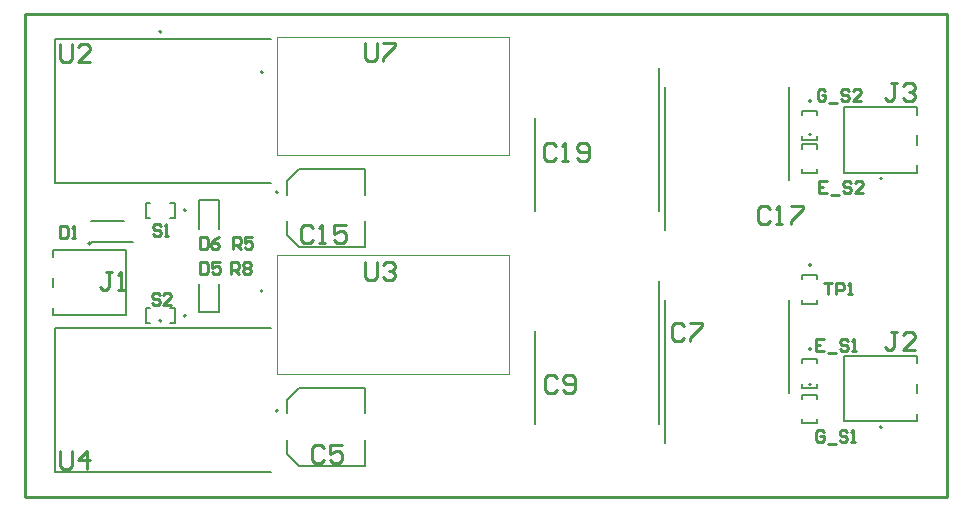
<source format=gbr>
%TF.GenerationSoftware,Altium Limited,Altium Designer,23.2.1 (34)*%
G04 Layer_Color=65535*
%FSLAX45Y45*%
%MOMM*%
%TF.SameCoordinates,30BCF74E-8D5C-4CB1-BD29-C8B6E5BAA9CA*%
%TF.FilePolarity,Positive*%
%TF.FileFunction,Legend,Top*%
%TF.Part,Single*%
G01*
G75*
%TA.AperFunction,NonConductor*%
%ADD43C,0.20000*%
%ADD44C,0.12700*%
%ADD45C,0.25400*%
%ADD46C,0.10000*%
D43*
X1159000Y3943000D02*
G03*
X1159000Y3943000I-10000J0D01*
G01*
X6659000Y3355900D02*
G03*
X6659000Y3355900I-10000J0D01*
G01*
X2006500Y3588500D02*
G03*
X2006500Y3608500I0J10000D01*
G01*
D02*
G03*
X2006500Y3588500I0J-10000D01*
G01*
Y1738500D02*
G03*
X2006500Y1758500I0J10000D01*
G01*
D02*
G03*
X2006500Y1738500I0J-10000D01*
G01*
X1159000Y1497000D02*
G03*
X1159000Y1497000I-10000J0D01*
G01*
X1365900Y1539000D02*
G03*
X1365900Y1539000I-10000J0D01*
G01*
Y2431000D02*
G03*
X1365900Y2431000I-10000J0D01*
G01*
X6659000Y1255900D02*
G03*
X6659000Y1255900I-10000J0D01*
G01*
X559000Y2149000D02*
G03*
X559000Y2149000I-10000J0D01*
G01*
X7259000Y595000D02*
G03*
X7259000Y595000I-10000J0D01*
G01*
X7258999Y2699310D02*
G03*
X7258999Y2699310I-10000J0D01*
G01*
X6659000Y1967400D02*
G03*
X6659000Y1967400I-10000J0D01*
G01*
X2144000Y2584000D02*
G03*
X2144000Y2584000I-10000J0D01*
G01*
X6659000Y955900D02*
G03*
X6659000Y955900I-10000J0D01*
G01*
X2144000Y734100D02*
G03*
X2144000Y734100I-10000J0D01*
G01*
X6659000Y3074210D02*
G03*
X6659000Y3074210I-10000J0D01*
G01*
X1476000Y1567000D02*
Y1807000D01*
Y1567000D02*
X1646000D01*
Y1807000D01*
Y2276500D02*
Y2516500D01*
X1476000D02*
X1646000D01*
X1476000Y2276500D02*
Y2516500D01*
X6585500Y3027080D02*
Y3063500D01*
Y3234500D02*
Y3270920D01*
X6712500Y3027080D02*
Y3063500D01*
Y3234500D02*
Y3270920D01*
X6585500Y3027080D02*
X6712500D01*
X6585500Y3270920D02*
X6712500D01*
X1027080Y1602500D02*
X1063500D01*
X1234500D02*
X1270920D01*
X1027080Y1475500D02*
X1063500D01*
X1234500D02*
X1270920D01*
X1027080D02*
Y1602500D01*
X1270920Y1475500D02*
Y1602500D01*
Y2367500D02*
Y2494500D01*
X1027080Y2367500D02*
Y2494500D01*
X1234500Y2367500D02*
X1270920D01*
X1027080D02*
X1063500D01*
X1234500Y2494500D02*
X1270920D01*
X1027080D02*
X1063500D01*
X4324000Y624000D02*
Y1411500D01*
X5374000Y624000D02*
Y1833999D01*
X6474000Y2686500D02*
Y3474000D01*
X5424000Y2264000D02*
Y3474000D01*
X6585500Y927080D02*
Y963500D01*
Y1134500D02*
Y1170920D01*
X6712500Y927080D02*
Y963500D01*
Y1134500D02*
Y1170920D01*
X6585500Y927080D02*
X6712500D01*
X6585500Y1170920D02*
X6712500D01*
X6474000Y886499D02*
Y1673999D01*
X5424000Y464000D02*
Y1673999D01*
X5374000Y2424000D02*
Y3634000D01*
X4324000Y2424000D02*
Y3211500D01*
X6585500Y1882420D02*
X6712500D01*
X6585500Y1638580D02*
X6712500D01*
Y1846000D02*
Y1882420D01*
Y1638580D02*
Y1675000D01*
X6585500Y1846000D02*
Y1882420D01*
Y1638580D02*
Y1675000D01*
Y870920D02*
X6712500D01*
X6585500Y627080D02*
X6712500D01*
Y834500D02*
Y870920D01*
Y627080D02*
Y663500D01*
X6585500Y834500D02*
Y870920D01*
Y627080D02*
Y663500D01*
X564000Y2339000D02*
X844000D01*
X564000Y2159000D02*
X915000D01*
X6585500Y2745390D02*
Y2781810D01*
Y2952810D02*
Y2989230D01*
X6712500Y2745390D02*
Y2781810D01*
Y2952810D02*
Y2989230D01*
X6585500Y2745390D02*
X6712500D01*
X6585500Y2989230D02*
X6712500D01*
D44*
X255000Y3879000D02*
X2084000D01*
X255000Y2660000D02*
X2084000D01*
X255000D02*
Y3879000D01*
Y1433000D02*
X2084000D01*
X255000Y214000D02*
X2084000D01*
X255000D02*
Y1433000D01*
X239000Y1545000D02*
X859000D01*
Y2099000D01*
X239000D02*
X859000D01*
X239000Y2036000D02*
Y2099000D01*
Y1782000D02*
Y1862000D01*
Y1545000D02*
Y1608000D01*
X7559000Y1136000D02*
Y1199000D01*
Y882000D02*
Y962000D01*
Y645000D02*
Y708000D01*
X6939000Y645000D02*
X7559000D01*
X6939000D02*
Y1199000D01*
X7559000D01*
X6938999Y3303310D02*
X7558999D01*
X6938999Y2749310D02*
Y3303310D01*
Y2749310D02*
X7558999D01*
Y2812310D01*
Y2986310D02*
Y3066310D01*
Y3240310D02*
Y3303310D01*
X2879000Y2119000D02*
Y2337000D01*
Y2561000D02*
Y2779000D01*
X2218999Y2219000D02*
Y2337000D01*
Y2561000D02*
Y2679000D01*
X2318999Y2779000D01*
X2879000D01*
X2318999Y2119000D02*
X2879000D01*
X2218999Y2219000D02*
X2318999Y2119000D01*
X2879000Y269100D02*
Y487100D01*
Y711100D02*
Y929100D01*
X2219000Y369100D02*
Y487100D01*
Y711100D02*
Y829100D01*
X2319000Y929100D01*
X2879000D01*
X2319000Y269100D02*
X2879000D01*
X2219000Y369100D02*
X2319000Y269100D01*
D45*
X7806000Y1000D02*
Y4097000D01*
X0D02*
X7806000D01*
X0Y1000D02*
Y4097000D01*
Y1000D02*
X7806000D01*
X302041Y3835175D02*
Y3708216D01*
X327433Y3682824D01*
X378216D01*
X403608Y3708216D01*
Y3835175D01*
X555959Y3682824D02*
X454392D01*
X555959Y3784392D01*
Y3809783D01*
X530567Y3835175D01*
X479784D01*
X454392Y3809783D01*
X300041Y397175D02*
Y270216D01*
X325433Y244825D01*
X376216D01*
X401608Y270216D01*
Y397175D01*
X528567Y244825D02*
Y397175D01*
X452392Y321000D01*
X553959D01*
X2882041Y3845175D02*
Y3718217D01*
X2907433Y3692825D01*
X2958217D01*
X2983608Y3718217D01*
Y3845175D01*
X3034392D02*
X3135959D01*
Y3819784D01*
X3034392Y3718217D01*
Y3692825D01*
X7388608Y3506175D02*
X7337825D01*
X7363216D01*
Y3379217D01*
X7337825Y3353825D01*
X7312433D01*
X7287041Y3379217D01*
X7439392Y3480783D02*
X7464784Y3506175D01*
X7515567D01*
X7540959Y3480783D01*
Y3455392D01*
X7515567Y3430000D01*
X7490175D01*
X7515567D01*
X7540959Y3404608D01*
Y3379217D01*
X7515567Y3353825D01*
X7464784D01*
X7439392Y3379217D01*
X7388608Y1398175D02*
X7337825D01*
X7363216D01*
Y1271216D01*
X7337825Y1245825D01*
X7312433D01*
X7287041Y1271216D01*
X7540959Y1245825D02*
X7439392D01*
X7540959Y1347392D01*
Y1372783D01*
X7515567Y1398175D01*
X7464784D01*
X7439392Y1372783D01*
X739000Y1905175D02*
X688217D01*
X713608D01*
Y1778216D01*
X688217Y1752825D01*
X662825D01*
X637433Y1778216D01*
X789784Y1752825D02*
X840567D01*
X815176D01*
Y1905175D01*
X789784Y1879783D01*
X2882041Y1995175D02*
Y1868216D01*
X2907433Y1842825D01*
X2958217D01*
X2983608Y1868216D01*
Y1995175D01*
X3034392Y1969783D02*
X3059784Y1995175D01*
X3110567D01*
X3135959Y1969783D01*
Y1944392D01*
X3110567Y1919000D01*
X3085175D01*
X3110567D01*
X3135959Y1893608D01*
Y1868216D01*
X3110567Y1842825D01*
X3059784D01*
X3034392Y1868216D01*
X6771371Y1818984D02*
X6838016D01*
X6804694D01*
Y1719016D01*
X6871339D02*
Y1818984D01*
X6921323D01*
X6937984Y1802323D01*
Y1769000D01*
X6921323Y1752339D01*
X6871339D01*
X6971307Y1719016D02*
X7004629D01*
X6987968D01*
Y1818984D01*
X6971307Y1802323D01*
X1142339Y1713322D02*
X1125677Y1729984D01*
X1092355D01*
X1075694Y1713322D01*
Y1696661D01*
X1092355Y1680000D01*
X1125677D01*
X1142339Y1663339D01*
Y1646677D01*
X1125677Y1630016D01*
X1092355D01*
X1075694Y1646677D01*
X1242306Y1630016D02*
X1175661D01*
X1242306Y1696661D01*
Y1713322D01*
X1225645Y1729984D01*
X1192323D01*
X1175661Y1713322D01*
X1151000Y2294323D02*
X1134339Y2310984D01*
X1101016D01*
X1084355Y2294323D01*
Y2277661D01*
X1101016Y2261000D01*
X1134339D01*
X1151000Y2244339D01*
Y2227678D01*
X1134339Y2211016D01*
X1101016D01*
X1084355Y2227678D01*
X1184323Y2211016D02*
X1217645D01*
X1200984D01*
Y2310984D01*
X1184323Y2294323D01*
X1761694Y2102016D02*
Y2201984D01*
X1811678D01*
X1828339Y2185323D01*
Y2152000D01*
X1811678Y2135339D01*
X1761694D01*
X1795016D02*
X1828339Y2102016D01*
X1928307Y2201984D02*
X1861662D01*
Y2152000D01*
X1894984Y2168661D01*
X1911645D01*
X1928307Y2152000D01*
Y2118678D01*
X1911645Y2102016D01*
X1878323D01*
X1861662Y2118678D01*
X1749693Y1893016D02*
Y1992984D01*
X1799677D01*
X1816339Y1976322D01*
Y1943000D01*
X1799677Y1926339D01*
X1749693D01*
X1783016D02*
X1816339Y1893016D01*
X1849661Y1976322D02*
X1866323Y1992984D01*
X1899645D01*
X1916306Y1976322D01*
Y1959661D01*
X1899645Y1943000D01*
X1916306Y1926339D01*
Y1909677D01*
X1899645Y1893016D01*
X1866323D01*
X1849661Y1909677D01*
Y1926339D01*
X1866323Y1943000D01*
X1849661Y1959661D01*
Y1976322D01*
X1866323Y1943000D02*
X1899645D01*
X6780371Y3440653D02*
X6763710Y3457315D01*
X6730387D01*
X6713726Y3440653D01*
Y3374008D01*
X6730387Y3357347D01*
X6763710D01*
X6780371Y3374008D01*
Y3407331D01*
X6747048D01*
X6813694Y3340685D02*
X6880339D01*
X6980306Y3440653D02*
X6963645Y3457315D01*
X6930323D01*
X6913661Y3440653D01*
Y3423992D01*
X6930323Y3407331D01*
X6963645D01*
X6980306Y3390669D01*
Y3374008D01*
X6963645Y3357347D01*
X6930323D01*
X6913661Y3374008D01*
X7080274Y3357347D02*
X7013629D01*
X7080274Y3423992D01*
Y3440653D01*
X7063613Y3457315D01*
X7030290D01*
X7013629Y3440653D01*
X6766032Y555653D02*
X6749371Y572315D01*
X6716049D01*
X6699387Y555653D01*
Y489008D01*
X6716049Y472347D01*
X6749371D01*
X6766032Y489008D01*
Y522331D01*
X6732710D01*
X6799355Y455685D02*
X6866000D01*
X6965968Y555653D02*
X6949307Y572315D01*
X6915984D01*
X6899323Y555653D01*
Y538992D01*
X6915984Y522331D01*
X6949307D01*
X6965968Y505669D01*
Y489008D01*
X6949307Y472347D01*
X6915984D01*
X6899323Y489008D01*
X6999291Y472347D02*
X7032613D01*
X7015952D01*
Y572315D01*
X6999291Y555653D01*
X6794371Y2678314D02*
X6727726D01*
Y2578347D01*
X6794371D01*
X6727726Y2628331D02*
X6761048D01*
X6827693Y2561685D02*
X6894339D01*
X6994306Y2661653D02*
X6977645Y2678314D01*
X6944323D01*
X6927661Y2661653D01*
Y2644992D01*
X6944323Y2628331D01*
X6977645D01*
X6994306Y2611669D01*
Y2595008D01*
X6977645Y2578347D01*
X6944323D01*
X6927661Y2595008D01*
X7094274Y2578347D02*
X7027629D01*
X7094274Y2644992D01*
Y2661653D01*
X7077613Y2678314D01*
X7044290D01*
X7027629Y2661653D01*
X6770032Y1341315D02*
X6703387D01*
Y1241347D01*
X6770032D01*
X6703387Y1291331D02*
X6736710D01*
X6803355Y1224685D02*
X6870000D01*
X6969968Y1324653D02*
X6953307Y1341315D01*
X6919984D01*
X6903323Y1324653D01*
Y1307992D01*
X6919984Y1291331D01*
X6953307D01*
X6969968Y1274669D01*
Y1258008D01*
X6953307Y1241347D01*
X6919984D01*
X6903323Y1258008D01*
X7003291Y1241347D02*
X7036613D01*
X7019952D01*
Y1341315D01*
X7003291Y1324653D01*
X1481694Y2200984D02*
Y2101016D01*
X1531677D01*
X1548339Y2117678D01*
Y2184323D01*
X1531677Y2200984D01*
X1481694D01*
X1648306D02*
X1614984Y2184323D01*
X1581661Y2151000D01*
Y2117678D01*
X1598323Y2101016D01*
X1631645D01*
X1648306Y2117678D01*
Y2134339D01*
X1631645Y2151000D01*
X1581661D01*
X1485693Y1993984D02*
Y1894016D01*
X1535677D01*
X1552339Y1910677D01*
Y1977322D01*
X1535677Y1993984D01*
X1485693D01*
X1652306D02*
X1585661D01*
Y1944000D01*
X1618984Y1960661D01*
X1635645D01*
X1652306Y1944000D01*
Y1910677D01*
X1635645Y1894016D01*
X1602323D01*
X1585661Y1910677D01*
X297355Y2295984D02*
Y2196016D01*
X347339D01*
X364000Y2212678D01*
Y2279323D01*
X347339Y2295984D01*
X297355D01*
X397323Y2196016D02*
X430645D01*
X413984D01*
Y2295984D01*
X397323Y2279323D01*
X4501129Y2977783D02*
X4475737Y3003175D01*
X4424954D01*
X4399562Y2977783D01*
Y2876216D01*
X4424954Y2850825D01*
X4475737D01*
X4501129Y2876216D01*
X4551912Y2850825D02*
X4602696D01*
X4577304D01*
Y3003175D01*
X4551912Y2977783D01*
X4678871Y2876216D02*
X4704263Y2850825D01*
X4755047D01*
X4780438Y2876216D01*
Y2977783D01*
X4755047Y3003175D01*
X4704263D01*
X4678871Y2977783D01*
Y2952392D01*
X4704263Y2927000D01*
X4780438D01*
X6310129Y2439784D02*
X6284737Y2465175D01*
X6233953D01*
X6208562Y2439784D01*
Y2338217D01*
X6233953Y2312825D01*
X6284737D01*
X6310129Y2338217D01*
X6360912Y2312825D02*
X6411696D01*
X6386304D01*
Y2465175D01*
X6360912Y2439784D01*
X6487871Y2465175D02*
X6589438D01*
Y2439784D01*
X6487871Y2338217D01*
Y2312825D01*
X2440129Y2279783D02*
X2414737Y2305175D01*
X2363954D01*
X2338562Y2279783D01*
Y2178216D01*
X2363954Y2152824D01*
X2414737D01*
X2440129Y2178216D01*
X2490912Y2152824D02*
X2541696D01*
X2516304D01*
Y2305175D01*
X2490912Y2279783D01*
X2719439Y2305175D02*
X2617871D01*
Y2229000D01*
X2668655Y2254392D01*
X2694047D01*
X2719439Y2229000D01*
Y2178216D01*
X2694047Y2152824D01*
X2643263D01*
X2617871Y2178216D01*
X4503608Y1009783D02*
X4478216Y1035175D01*
X4427433D01*
X4402041Y1009783D01*
Y908216D01*
X4427433Y882824D01*
X4478216D01*
X4503608Y908216D01*
X4554392D02*
X4579784Y882824D01*
X4630567D01*
X4655959Y908216D01*
Y1009783D01*
X4630567Y1035175D01*
X4579784D01*
X4554392Y1009783D01*
Y984392D01*
X4579784Y959000D01*
X4655959D01*
X5583608Y1449783D02*
X5558216Y1475175D01*
X5507433D01*
X5482041Y1449783D01*
Y1348217D01*
X5507433Y1322825D01*
X5558216D01*
X5583608Y1348217D01*
X5634392Y1475175D02*
X5735959D01*
Y1449783D01*
X5634392Y1348217D01*
Y1322825D01*
X2533608Y419784D02*
X2508216Y445175D01*
X2457433D01*
X2432041Y419784D01*
Y318217D01*
X2457433Y292825D01*
X2508216D01*
X2533608Y318217D01*
X2685959Y445175D02*
X2584392D01*
Y369000D01*
X2635175Y394392D01*
X2660567D01*
X2685959Y369000D01*
Y318217D01*
X2660567Y292825D01*
X2609784D01*
X2584392Y318217D01*
D46*
X2136500Y2896500D02*
Y3901500D01*
Y2896500D02*
X4101500D01*
Y3901500D01*
X2136500D02*
X4101500D01*
X2136500Y1046500D02*
Y2051500D01*
Y1046500D02*
X4101500D01*
Y2051500D01*
X2136500D02*
X4101500D01*
%TF.MD5,85f42ad6f4b96b7b88ccf2563a76ea21*%
M02*

</source>
